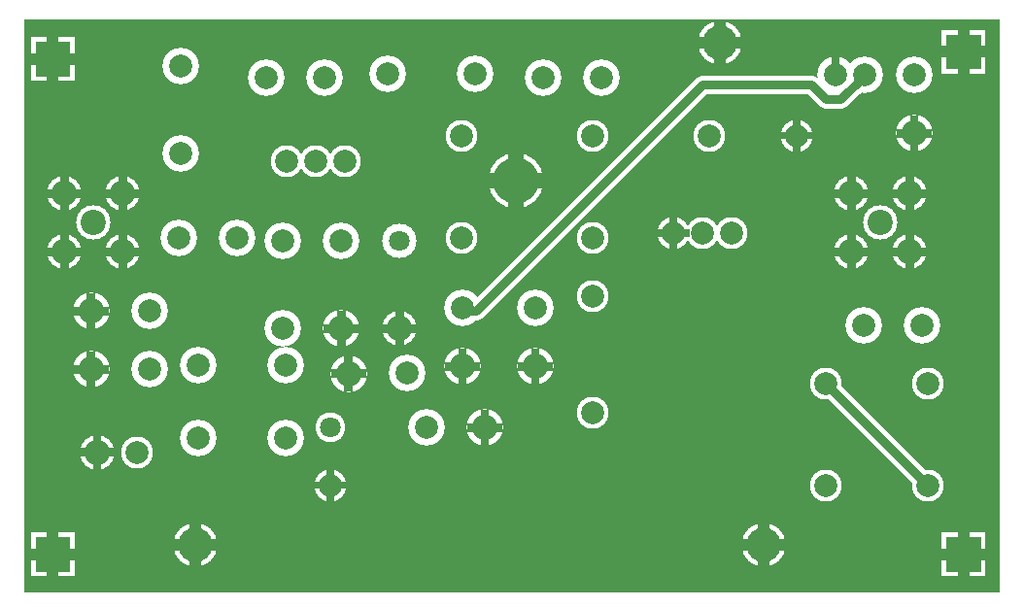
<source format=gbr>
%FSLAX34Y34*%
%MOMM*%
%LNCOPPER_TOP*%
G71*
G01*
%ADD10C,2.800*%
%ADD11C,3.200*%
%ADD12C,3.000*%
%ADD13C,3.000*%
%ADD14C,2.800*%
%ADD15C,2.600*%
%ADD16C,1.600*%
%ADD17C,4.800*%
%ADD18C,2.800*%
%ADD19C,3.000*%
%ADD20C,3.800*%
%ADD21C,0.733*%
%ADD22C,0.667*%
%ADD23C,0.813*%
%ADD24C,1.333*%
%ADD25C,1.000*%
%ADD26C,2.000*%
%ADD27C,2.000*%
%ADD28C,2.200*%
%ADD29C,1.800*%
%ADD30C,0.800*%
%ADD31C,4.000*%
%ADD32C,2.000*%
%ADD33C,2.200*%
%ADD34C,3.000*%
%LPD*%
G36*
X0Y500000D02*
X850000Y500000D01*
X850000Y0D01*
X0Y0D01*
X0Y500000D01*
G37*
%LPC*%
X228600Y376300D02*
G54D10*
D03*
X254000Y376300D02*
G54D10*
D03*
X279400Y376300D02*
G54D10*
D03*
X616305Y313571D02*
G54D10*
D03*
X590905Y313571D02*
G54D10*
D03*
X565505Y313571D02*
G54D10*
D03*
X185199Y308873D02*
G54D11*
D03*
X134219Y308761D02*
G54D11*
D03*
X225425Y306325D02*
G54D11*
D03*
X225375Y230075D02*
G54D11*
D03*
X34900Y347700D02*
G54D12*
D03*
X85700Y347700D02*
G54D12*
D03*
X60300Y322300D02*
G54D12*
D03*
X85700Y296900D02*
G54D12*
D03*
X34900Y296900D02*
G54D12*
D03*
X136525Y458725D02*
G54D11*
D03*
X136475Y382475D02*
G54D11*
D03*
X276225Y306325D02*
G54D11*
D03*
X276175Y230075D02*
G54D11*
D03*
X261399Y448573D02*
G54D11*
D03*
X210419Y448461D02*
G54D11*
D03*
X327025Y306325D02*
G54D13*
D03*
X326975Y230075D02*
G54D13*
D03*
X282534Y191011D02*
G54D11*
D03*
X333515Y191123D02*
G54D11*
D03*
X228023Y198248D02*
G54D11*
D03*
X151773Y198298D02*
G54D11*
D03*
X108999Y245373D02*
G54D11*
D03*
X58019Y245261D02*
G54D11*
D03*
X108999Y194573D02*
G54D11*
D03*
X58019Y194461D02*
G54D11*
D03*
X63412Y122300D02*
G54D14*
D03*
X98512Y122300D02*
G54D14*
D03*
X228023Y134748D02*
G54D11*
D03*
X151773Y134798D02*
G54D11*
D03*
X266700Y93600D02*
G54D15*
D03*
X266700Y144400D02*
G54D15*
D03*
X401099Y143773D02*
G54D11*
D03*
X350119Y143661D02*
G54D11*
D03*
X393123Y452248D02*
G54D11*
D03*
X316873Y452298D02*
G54D11*
D03*
X596900Y398400D02*
G54D14*
D03*
X673100Y398400D02*
G54D14*
D03*
X782099Y232674D02*
G54D11*
D03*
X731118Y232561D02*
G54D11*
D03*
X381000Y398400D02*
G54D14*
D03*
X381000Y309500D02*
G54D14*
D03*
X495300Y398400D02*
G54D14*
D03*
X495300Y309500D02*
G54D14*
D03*
X381698Y197010D02*
G54D11*
D03*
X381585Y247990D02*
G54D11*
D03*
X706575Y451775D02*
G54D11*
D03*
X732075Y451775D02*
G54D11*
D03*
X775398Y400210D02*
G54D11*
D03*
X775285Y451190D02*
G54D11*
D03*
X698500Y182500D02*
G54D14*
D03*
X787400Y182500D02*
G54D14*
D03*
X698500Y93600D02*
G54D14*
D03*
X787400Y93600D02*
G54D14*
D03*
X502700Y448573D02*
G54D11*
D03*
X451720Y448460D02*
G54D11*
D03*
X720700Y347700D02*
G54D12*
D03*
X771500Y347700D02*
G54D12*
D03*
X746100Y322300D02*
G54D12*
D03*
X771500Y296900D02*
G54D12*
D03*
X720700Y296900D02*
G54D12*
D03*
X495300Y258700D02*
G54D14*
D03*
X495300Y157100D02*
G54D14*
D03*
X445198Y197010D02*
G54D11*
D03*
X445085Y247990D02*
G54D11*
D03*
G54D16*
X787400Y93600D02*
X698500Y182500D01*
G54D16*
X732075Y451775D02*
X730250Y449200D01*
X711200Y430150D01*
X698500Y430150D01*
X685800Y442850D01*
X590550Y442850D01*
X393700Y246000D01*
X381000Y246000D01*
X381585Y247990D01*
X428600Y358800D02*
G54D17*
D03*
X58019Y194461D02*
G54D18*
D03*
X58019Y245261D02*
G54D18*
D03*
X401099Y143773D02*
G54D18*
D03*
X673100Y398400D02*
G54D18*
D03*
X326975Y230075D02*
G54D18*
D03*
X276175Y230075D02*
G54D19*
D03*
X282534Y191011D02*
G54D19*
D03*
X381698Y197010D02*
G54D19*
D03*
X445198Y197010D02*
G54D19*
D03*
X266700Y93600D02*
G54D18*
D03*
X58019Y245261D02*
G54D19*
D03*
X58019Y194461D02*
G54D19*
D03*
X63412Y122300D02*
G54D19*
D03*
X401099Y143773D02*
G54D19*
D03*
X326975Y230075D02*
G54D19*
D03*
X775398Y400210D02*
G54D19*
D03*
X565505Y313571D02*
G54D18*
D03*
X276225Y306325D02*
G54D13*
D03*
X276175Y230075D02*
G54D13*
D03*
G36*
X5773Y483998D02*
X43773Y483998D01*
X43773Y445998D01*
X5773Y445998D01*
X5773Y483998D01*
G37*
G36*
X799523Y490348D02*
X837523Y490348D01*
X837523Y452348D01*
X799523Y452348D01*
X799523Y490348D01*
G37*
G36*
X5773Y52198D02*
X43773Y52198D01*
X43773Y14198D01*
X5773Y14198D01*
X5773Y52198D01*
G37*
G36*
X799523Y52198D02*
X837523Y52198D01*
X837523Y14198D01*
X799523Y14198D01*
X799523Y52198D01*
G37*
X149200Y41300D02*
G54D20*
D03*
X644500Y41300D02*
G54D20*
D03*
X606400Y479450D02*
G54D20*
D03*
%LPD*%
G54D21*
G36*
X31233Y347700D02*
X31233Y363200D01*
X38567Y363200D01*
X38567Y347700D01*
X31233Y347700D01*
G37*
G36*
X34900Y351367D02*
X50400Y351367D01*
X50400Y344033D01*
X34900Y344033D01*
X34900Y351367D01*
G37*
G36*
X38567Y347700D02*
X38567Y332200D01*
X31233Y332200D01*
X31233Y347700D01*
X38567Y347700D01*
G37*
G36*
X34900Y344033D02*
X19400Y344033D01*
X19400Y351367D01*
X34900Y351367D01*
X34900Y344033D01*
G37*
G54D21*
G36*
X82033Y347700D02*
X82033Y363200D01*
X89367Y363200D01*
X89367Y347700D01*
X82033Y347700D01*
G37*
G36*
X85700Y351367D02*
X101200Y351367D01*
X101200Y344033D01*
X85700Y344033D01*
X85700Y351367D01*
G37*
G36*
X89367Y347700D02*
X89367Y332200D01*
X82033Y332200D01*
X82033Y347700D01*
X89367Y347700D01*
G37*
G36*
X85700Y344033D02*
X70200Y344033D01*
X70200Y351367D01*
X85700Y351367D01*
X85700Y344033D01*
G37*
G54D21*
G36*
X82033Y296900D02*
X82033Y312400D01*
X89367Y312400D01*
X89367Y296900D01*
X82033Y296900D01*
G37*
G36*
X85700Y300567D02*
X101200Y300567D01*
X101200Y293233D01*
X85700Y293233D01*
X85700Y300567D01*
G37*
G36*
X89367Y296900D02*
X89367Y281400D01*
X82033Y281400D01*
X82033Y296900D01*
X89367Y296900D01*
G37*
G36*
X85700Y293233D02*
X70200Y293233D01*
X70200Y300567D01*
X85700Y300567D01*
X85700Y293233D01*
G37*
G54D21*
G36*
X31233Y296900D02*
X31233Y312400D01*
X38567Y312400D01*
X38567Y296900D01*
X31233Y296900D01*
G37*
G36*
X34900Y300567D02*
X50400Y300567D01*
X50400Y293233D01*
X34900Y293233D01*
X34900Y300567D01*
G37*
G36*
X38567Y296900D02*
X38567Y281400D01*
X31233Y281400D01*
X31233Y296900D01*
X38567Y296900D01*
G37*
G36*
X34900Y293233D02*
X19400Y293233D01*
X19400Y300567D01*
X34900Y300567D01*
X34900Y293233D01*
G37*
G54D22*
G36*
X703242Y451775D02*
X703242Y468275D01*
X709908Y468275D01*
X709908Y451775D01*
X703242Y451775D01*
G37*
G54D23*
G54D21*
G36*
X717033Y347700D02*
X717033Y363200D01*
X724367Y363200D01*
X724367Y347700D01*
X717033Y347700D01*
G37*
G36*
X720700Y351367D02*
X736200Y351367D01*
X736200Y344033D01*
X720700Y344033D01*
X720700Y351367D01*
G37*
G36*
X724367Y347700D02*
X724367Y332200D01*
X717033Y332200D01*
X717033Y347700D01*
X724367Y347700D01*
G37*
G36*
X720700Y344033D02*
X705200Y344033D01*
X705200Y351367D01*
X720700Y351367D01*
X720700Y344033D01*
G37*
G54D21*
G36*
X767833Y347700D02*
X767833Y363200D01*
X775167Y363200D01*
X775167Y347700D01*
X767833Y347700D01*
G37*
G36*
X771500Y351367D02*
X787000Y351367D01*
X787000Y344033D01*
X771500Y344033D01*
X771500Y351367D01*
G37*
G36*
X775167Y347700D02*
X775167Y332200D01*
X767833Y332200D01*
X767833Y347700D01*
X775167Y347700D01*
G37*
G36*
X771500Y344033D02*
X756000Y344033D01*
X756000Y351367D01*
X771500Y351367D01*
X771500Y344033D01*
G37*
G54D21*
G36*
X767833Y296900D02*
X767833Y312400D01*
X775167Y312400D01*
X775167Y296900D01*
X767833Y296900D01*
G37*
G36*
X771500Y300567D02*
X787000Y300567D01*
X787000Y293233D01*
X771500Y293233D01*
X771500Y300567D01*
G37*
G36*
X775167Y296900D02*
X775167Y281400D01*
X767833Y281400D01*
X767833Y296900D01*
X775167Y296900D01*
G37*
G36*
X771500Y293233D02*
X756000Y293233D01*
X756000Y300567D01*
X771500Y300567D01*
X771500Y293233D01*
G37*
G54D21*
G36*
X717033Y296900D02*
X717033Y312400D01*
X724367Y312400D01*
X724367Y296900D01*
X717033Y296900D01*
G37*
G36*
X720700Y300567D02*
X736200Y300567D01*
X736200Y293233D01*
X720700Y293233D01*
X720700Y300567D01*
G37*
G36*
X724367Y296900D02*
X724367Y281400D01*
X717033Y281400D01*
X717033Y296900D01*
X724367Y296900D01*
G37*
G36*
X720700Y293233D02*
X705200Y293233D01*
X705200Y300567D01*
X720700Y300567D01*
X720700Y293233D01*
G37*
G54D24*
G36*
X421933Y358800D02*
X421933Y383300D01*
X435267Y383300D01*
X435267Y358800D01*
X421933Y358800D01*
G37*
G36*
X428600Y365467D02*
X453100Y365467D01*
X453100Y352133D01*
X428600Y352133D01*
X428600Y365467D01*
G37*
G36*
X435267Y358800D02*
X435267Y334300D01*
X421933Y334300D01*
X421933Y358800D01*
X435267Y358800D01*
G37*
G36*
X428600Y352133D02*
X404100Y352133D01*
X404100Y365467D01*
X428600Y365467D01*
X428600Y352133D01*
G37*
G54D22*
G36*
X54686Y194461D02*
X54686Y208961D01*
X61352Y208961D01*
X61352Y194461D01*
X54686Y194461D01*
G37*
G36*
X58019Y197794D02*
X72519Y197794D01*
X72519Y191128D01*
X58019Y191128D01*
X58019Y197794D01*
G37*
G36*
X61352Y194461D02*
X61352Y179961D01*
X54686Y179961D01*
X54686Y194461D01*
X61352Y194461D01*
G37*
G36*
X58019Y191128D02*
X43519Y191128D01*
X43519Y197794D01*
X58019Y197794D01*
X58019Y191128D01*
G37*
G54D22*
G36*
X54686Y245261D02*
X54686Y259761D01*
X61352Y259761D01*
X61352Y245261D01*
X54686Y245261D01*
G37*
G36*
X58019Y248594D02*
X72519Y248594D01*
X72519Y241928D01*
X58019Y241928D01*
X58019Y248594D01*
G37*
G36*
X61352Y245261D02*
X61352Y230761D01*
X54686Y230761D01*
X54686Y245261D01*
X61352Y245261D01*
G37*
G36*
X58019Y241928D02*
X43519Y241928D01*
X43519Y248594D01*
X58019Y248594D01*
X58019Y241928D01*
G37*
G54D22*
G36*
X397766Y143773D02*
X397766Y158273D01*
X404432Y158273D01*
X404432Y143773D01*
X397766Y143773D01*
G37*
G36*
X401099Y147106D02*
X415599Y147106D01*
X415599Y140440D01*
X401099Y140440D01*
X401099Y147106D01*
G37*
G36*
X404432Y143773D02*
X404432Y129273D01*
X397766Y129273D01*
X397766Y143773D01*
X404432Y143773D01*
G37*
G36*
X401099Y140440D02*
X386599Y140440D01*
X386599Y147106D01*
X401099Y147106D01*
X401099Y140440D01*
G37*
G54D22*
G36*
X669767Y398400D02*
X669767Y412900D01*
X676433Y412900D01*
X676433Y398400D01*
X669767Y398400D01*
G37*
G36*
X673100Y401733D02*
X687600Y401733D01*
X687600Y395067D01*
X673100Y395067D01*
X673100Y401733D01*
G37*
G36*
X676433Y398400D02*
X676433Y383900D01*
X669767Y383900D01*
X669767Y398400D01*
X676433Y398400D01*
G37*
G36*
X673100Y395067D02*
X658600Y395067D01*
X658600Y401733D01*
X673100Y401733D01*
X673100Y395067D01*
G37*
G54D22*
G36*
X323642Y230075D02*
X323642Y244575D01*
X330308Y244575D01*
X330308Y230075D01*
X323642Y230075D01*
G37*
G36*
X326975Y233408D02*
X341475Y233408D01*
X341475Y226742D01*
X326975Y226742D01*
X326975Y233408D01*
G37*
G36*
X330308Y230075D02*
X330308Y215575D01*
X323642Y215575D01*
X323642Y230075D01*
X330308Y230075D01*
G37*
G36*
X326975Y226742D02*
X312475Y226742D01*
X312475Y233408D01*
X326975Y233408D01*
X326975Y226742D01*
G37*
G54D21*
G36*
X272508Y230075D02*
X272508Y245575D01*
X279842Y245575D01*
X279842Y230075D01*
X272508Y230075D01*
G37*
G36*
X276175Y233742D02*
X291675Y233742D01*
X291675Y226408D01*
X276175Y226408D01*
X276175Y233742D01*
G37*
G36*
X279842Y230075D02*
X279842Y214575D01*
X272508Y214575D01*
X272508Y230075D01*
X279842Y230075D01*
G37*
G36*
X276175Y226408D02*
X260675Y226408D01*
X260675Y233742D01*
X276175Y233742D01*
X276175Y226408D01*
G37*
G54D21*
G36*
X278867Y191011D02*
X278867Y206511D01*
X286201Y206511D01*
X286201Y191011D01*
X278867Y191011D01*
G37*
G36*
X282534Y194677D02*
X298034Y194677D01*
X298034Y187344D01*
X282534Y187344D01*
X282534Y194677D01*
G37*
G36*
X286201Y191011D02*
X286201Y175511D01*
X278867Y175511D01*
X278867Y191011D01*
X286201Y191011D01*
G37*
G36*
X282534Y187344D02*
X267034Y187344D01*
X267034Y194677D01*
X282534Y194677D01*
X282534Y187344D01*
G37*
G54D21*
G36*
X378031Y197010D02*
X378031Y212510D01*
X385364Y212510D01*
X385364Y197010D01*
X378031Y197010D01*
G37*
G36*
X381698Y200676D02*
X397198Y200676D01*
X397198Y193343D01*
X381698Y193343D01*
X381698Y200676D01*
G37*
G36*
X385364Y197010D02*
X385364Y181510D01*
X378031Y181510D01*
X378031Y197010D01*
X385364Y197010D01*
G37*
G36*
X381698Y193343D02*
X366198Y193343D01*
X366198Y200676D01*
X381698Y200676D01*
X381698Y193343D01*
G37*
G54D21*
G36*
X441531Y197010D02*
X441531Y212510D01*
X448864Y212510D01*
X448864Y197010D01*
X441531Y197010D01*
G37*
G36*
X445198Y200676D02*
X460698Y200676D01*
X460698Y193343D01*
X445198Y193343D01*
X445198Y200676D01*
G37*
G36*
X448864Y197010D02*
X448864Y181510D01*
X441531Y181510D01*
X441531Y197010D01*
X448864Y197010D01*
G37*
G36*
X445198Y193343D02*
X429698Y193343D01*
X429698Y200676D01*
X445198Y200676D01*
X445198Y193343D01*
G37*
G54D22*
G36*
X263367Y93600D02*
X263367Y108100D01*
X270033Y108100D01*
X270033Y93600D01*
X263367Y93600D01*
G37*
G36*
X266700Y96933D02*
X281200Y96933D01*
X281200Y90267D01*
X266700Y90267D01*
X266700Y96933D01*
G37*
G36*
X270033Y93600D02*
X270033Y79100D01*
X263367Y79100D01*
X263367Y93600D01*
X270033Y93600D01*
G37*
G36*
X266700Y90267D02*
X252200Y90267D01*
X252200Y96933D01*
X266700Y96933D01*
X266700Y90267D01*
G37*
G54D21*
G36*
X54352Y245261D02*
X54352Y260761D01*
X61685Y260761D01*
X61685Y245261D01*
X54352Y245261D01*
G37*
G36*
X58019Y248928D02*
X73519Y248928D01*
X73519Y241594D01*
X58019Y241594D01*
X58019Y248928D01*
G37*
G36*
X61685Y245261D02*
X61685Y229761D01*
X54352Y229761D01*
X54352Y245261D01*
X61685Y245261D01*
G37*
G36*
X58019Y241594D02*
X42519Y241594D01*
X42519Y248928D01*
X58019Y248928D01*
X58019Y241594D01*
G37*
G54D21*
G36*
X54352Y194461D02*
X54352Y209961D01*
X61685Y209961D01*
X61685Y194461D01*
X54352Y194461D01*
G37*
G36*
X58019Y198128D02*
X73519Y198128D01*
X73519Y190794D01*
X58019Y190794D01*
X58019Y198128D01*
G37*
G36*
X61685Y194461D02*
X61685Y178961D01*
X54352Y178961D01*
X54352Y194461D01*
X61685Y194461D01*
G37*
G36*
X58019Y190794D02*
X42519Y190794D01*
X42519Y198128D01*
X58019Y198128D01*
X58019Y190794D01*
G37*
G54D21*
G36*
X59745Y122300D02*
X59745Y137800D01*
X67079Y137800D01*
X67079Y122300D01*
X59745Y122300D01*
G37*
G36*
X63412Y125967D02*
X78912Y125967D01*
X78912Y118633D01*
X63412Y118633D01*
X63412Y125967D01*
G37*
G36*
X67079Y122300D02*
X67079Y106800D01*
X59745Y106800D01*
X59745Y122300D01*
X67079Y122300D01*
G37*
G36*
X63412Y118633D02*
X47912Y118633D01*
X47912Y125967D01*
X63412Y125967D01*
X63412Y118633D01*
G37*
G54D21*
G36*
X397432Y143773D02*
X397432Y159273D01*
X404766Y159273D01*
X404766Y143773D01*
X397432Y143773D01*
G37*
G36*
X401099Y147440D02*
X416599Y147440D01*
X416599Y140106D01*
X401099Y140106D01*
X401099Y147440D01*
G37*
G36*
X404766Y143773D02*
X404766Y128273D01*
X397432Y128273D01*
X397432Y143773D01*
X404766Y143773D01*
G37*
G36*
X401099Y140106D02*
X385599Y140106D01*
X385599Y147440D01*
X401099Y147440D01*
X401099Y140106D01*
G37*
G54D21*
G36*
X323308Y230075D02*
X323308Y245575D01*
X330642Y245575D01*
X330642Y230075D01*
X323308Y230075D01*
G37*
G36*
X326975Y233742D02*
X342475Y233742D01*
X342475Y226408D01*
X326975Y226408D01*
X326975Y233742D01*
G37*
G36*
X330642Y230075D02*
X330642Y214575D01*
X323308Y214575D01*
X323308Y230075D01*
X330642Y230075D01*
G37*
G36*
X326975Y226408D02*
X311475Y226408D01*
X311475Y233742D01*
X326975Y233742D01*
X326975Y226408D01*
G37*
G54D21*
G36*
X771731Y400210D02*
X771731Y415710D01*
X779064Y415710D01*
X779064Y400210D01*
X771731Y400210D01*
G37*
G36*
X775398Y403876D02*
X790898Y403876D01*
X790898Y396543D01*
X775398Y396543D01*
X775398Y403876D01*
G37*
G36*
X779064Y400210D02*
X779064Y384710D01*
X771731Y384710D01*
X771731Y400210D01*
X779064Y400210D01*
G37*
G36*
X775398Y396543D02*
X759898Y396543D01*
X759898Y403876D01*
X775398Y403876D01*
X775398Y396543D01*
G37*
G54D22*
G36*
X562172Y313571D02*
X562172Y328071D01*
X568838Y328071D01*
X568838Y313571D01*
X562172Y313571D01*
G37*
G36*
X565505Y316904D02*
X580005Y316904D01*
X580005Y310238D01*
X565505Y310238D01*
X565505Y316904D01*
G37*
G36*
X568838Y313571D02*
X568838Y299071D01*
X562172Y299071D01*
X562172Y313571D01*
X568838Y313571D01*
G37*
G36*
X565505Y310238D02*
X551005Y310238D01*
X551005Y316904D01*
X565505Y316904D01*
X565505Y310238D01*
G37*
G54D25*
G36*
X19773Y464998D02*
X19773Y484498D01*
X29773Y484498D01*
X29773Y464998D01*
X19773Y464998D01*
G37*
G36*
X24773Y469998D02*
X44273Y469998D01*
X44273Y459998D01*
X24773Y459998D01*
X24773Y469998D01*
G37*
G36*
X29773Y464998D02*
X29773Y445498D01*
X19773Y445498D01*
X19773Y464998D01*
X29773Y464998D01*
G37*
G36*
X24773Y459998D02*
X5273Y459998D01*
X5273Y469998D01*
X24773Y469998D01*
X24773Y459998D01*
G37*
G54D25*
G36*
X813523Y471348D02*
X813523Y490848D01*
X823523Y490848D01*
X823523Y471348D01*
X813523Y471348D01*
G37*
G36*
X818523Y476348D02*
X838023Y476348D01*
X838023Y466348D01*
X818523Y466348D01*
X818523Y476348D01*
G37*
G36*
X823523Y471348D02*
X823523Y451848D01*
X813523Y451848D01*
X813523Y471348D01*
X823523Y471348D01*
G37*
G36*
X818523Y466348D02*
X799023Y466348D01*
X799023Y476348D01*
X818523Y476348D01*
X818523Y466348D01*
G37*
G54D25*
G36*
X19773Y33198D02*
X19773Y52698D01*
X29773Y52698D01*
X29773Y33198D01*
X19773Y33198D01*
G37*
G36*
X24773Y38198D02*
X44273Y38198D01*
X44273Y28198D01*
X24773Y28198D01*
X24773Y38198D01*
G37*
G36*
X29773Y33198D02*
X29773Y13698D01*
X19773Y13698D01*
X19773Y33198D01*
X29773Y33198D01*
G37*
G36*
X24773Y28198D02*
X5273Y28198D01*
X5273Y38198D01*
X24773Y38198D01*
X24773Y28198D01*
G37*
G54D25*
G36*
X813523Y33198D02*
X813523Y52698D01*
X823523Y52698D01*
X823523Y33198D01*
X813523Y33198D01*
G37*
G36*
X818523Y38198D02*
X838023Y38198D01*
X838023Y28198D01*
X818523Y28198D01*
X818523Y38198D01*
G37*
G36*
X823523Y33198D02*
X823523Y13698D01*
X813523Y13698D01*
X813523Y33198D01*
X823523Y33198D01*
G37*
G36*
X818523Y28198D02*
X799023Y28198D01*
X799023Y38198D01*
X818523Y38198D01*
X818523Y28198D01*
G37*
G54D25*
G36*
X144200Y41300D02*
X144200Y60800D01*
X154200Y60800D01*
X154200Y41300D01*
X144200Y41300D01*
G37*
G36*
X149200Y46300D02*
X168700Y46300D01*
X168700Y36300D01*
X149200Y36300D01*
X149200Y46300D01*
G37*
G36*
X154200Y41300D02*
X154200Y21800D01*
X144200Y21800D01*
X144200Y41300D01*
X154200Y41300D01*
G37*
G36*
X149200Y36300D02*
X129700Y36300D01*
X129700Y46300D01*
X149200Y46300D01*
X149200Y36300D01*
G37*
G54D25*
G36*
X639500Y41300D02*
X639500Y60800D01*
X649500Y60800D01*
X649500Y41300D01*
X639500Y41300D01*
G37*
G36*
X644500Y46300D02*
X664000Y46300D01*
X664000Y36300D01*
X644500Y36300D01*
X644500Y46300D01*
G37*
G36*
X649500Y41300D02*
X649500Y21800D01*
X639500Y21800D01*
X639500Y41300D01*
X649500Y41300D01*
G37*
G36*
X644500Y36300D02*
X625000Y36300D01*
X625000Y46300D01*
X644500Y46300D01*
X644500Y36300D01*
G37*
G54D25*
G36*
X601400Y479450D02*
X601400Y498950D01*
X611400Y498950D01*
X611400Y479450D01*
X601400Y479450D01*
G37*
G36*
X606400Y484450D02*
X625900Y484450D01*
X625900Y474450D01*
X606400Y474450D01*
X606400Y484450D01*
G37*
G36*
X611400Y479450D02*
X611400Y459950D01*
X601400Y459950D01*
X601400Y479450D01*
X611400Y479450D01*
G37*
G36*
X606400Y474450D02*
X586900Y474450D01*
X586900Y484450D01*
X606400Y484450D01*
X606400Y474450D01*
G37*
X228600Y376300D02*
G54D26*
D03*
X254000Y376300D02*
G54D26*
D03*
X279400Y376300D02*
G54D26*
D03*
X616305Y313571D02*
G54D26*
D03*
X590905Y313571D02*
G54D26*
D03*
X565505Y313571D02*
G54D26*
D03*
X185199Y308873D02*
G54D27*
D03*
X134219Y308761D02*
G54D27*
D03*
X225425Y306325D02*
G54D27*
D03*
X225375Y230075D02*
G54D27*
D03*
X34900Y347700D02*
G54D28*
D03*
X85700Y347700D02*
G54D28*
D03*
X60300Y322300D02*
G54D28*
D03*
X85700Y296900D02*
G54D28*
D03*
X34900Y296900D02*
G54D28*
D03*
X136525Y458725D02*
G54D27*
D03*
X136475Y382475D02*
G54D27*
D03*
X276225Y306325D02*
G54D27*
D03*
X276175Y230075D02*
G54D27*
D03*
X261399Y448573D02*
G54D27*
D03*
X210419Y448461D02*
G54D27*
D03*
X327025Y306325D02*
G54D29*
D03*
X326975Y230075D02*
G54D29*
D03*
X282534Y191011D02*
G54D27*
D03*
X333515Y191123D02*
G54D27*
D03*
X228023Y198248D02*
G54D27*
D03*
X151773Y198298D02*
G54D27*
D03*
X108999Y245373D02*
G54D27*
D03*
X58019Y245261D02*
G54D27*
D03*
X108999Y194573D02*
G54D27*
D03*
X58019Y194461D02*
G54D27*
D03*
X63412Y122300D02*
G54D27*
D03*
X98512Y122300D02*
G54D27*
D03*
X228023Y134748D02*
G54D27*
D03*
X151773Y134798D02*
G54D27*
D03*
X266700Y93600D02*
G54D29*
D03*
X266700Y144400D02*
G54D29*
D03*
X401099Y143773D02*
G54D27*
D03*
X350119Y143661D02*
G54D27*
D03*
X393123Y452248D02*
G54D27*
D03*
X316873Y452298D02*
G54D27*
D03*
X596900Y398400D02*
G54D27*
D03*
X673100Y398400D02*
G54D27*
D03*
X782099Y232674D02*
G54D27*
D03*
X731118Y232561D02*
G54D27*
D03*
X381000Y398400D02*
G54D27*
D03*
X381000Y309500D02*
G54D27*
D03*
X495300Y398400D02*
G54D27*
D03*
X495300Y309500D02*
G54D27*
D03*
X381698Y197010D02*
G54D27*
D03*
X381585Y247990D02*
G54D27*
D03*
X706575Y451775D02*
G54D27*
D03*
X732075Y451775D02*
G54D27*
D03*
X775398Y400210D02*
G54D27*
D03*
X775285Y451190D02*
G54D27*
D03*
X698500Y182500D02*
G54D27*
D03*
X787400Y182500D02*
G54D27*
D03*
X698500Y93600D02*
G54D27*
D03*
X787400Y93600D02*
G54D27*
D03*
X502700Y448573D02*
G54D27*
D03*
X451720Y448460D02*
G54D27*
D03*
X720700Y347700D02*
G54D28*
D03*
X771500Y347700D02*
G54D28*
D03*
X746100Y322300D02*
G54D28*
D03*
X771500Y296900D02*
G54D28*
D03*
X720700Y296900D02*
G54D28*
D03*
X495300Y258700D02*
G54D27*
D03*
X495300Y157100D02*
G54D27*
D03*
X445198Y197010D02*
G54D27*
D03*
X445085Y247990D02*
G54D27*
D03*
G54D30*
X787400Y93600D02*
X698500Y182500D01*
G54D30*
X732075Y451775D02*
X730250Y449200D01*
X711200Y430150D01*
X698500Y430150D01*
X685800Y442850D01*
X590550Y442850D01*
X393700Y246000D01*
X381000Y246000D01*
X381585Y247990D01*
X428600Y358800D02*
G54D31*
D03*
X58019Y194461D02*
G54D32*
D03*
X58019Y245261D02*
G54D32*
D03*
X401099Y143773D02*
G54D32*
D03*
X673100Y398400D02*
G54D32*
D03*
X326975Y230075D02*
G54D32*
D03*
X276175Y230075D02*
G54D33*
D03*
X282534Y191011D02*
G54D33*
D03*
X381698Y197010D02*
G54D33*
D03*
X445198Y197010D02*
G54D33*
D03*
X266700Y93600D02*
G54D32*
D03*
X58019Y245261D02*
G54D33*
D03*
X58019Y194461D02*
G54D33*
D03*
X63412Y122300D02*
G54D33*
D03*
X401099Y143773D02*
G54D33*
D03*
X326975Y230075D02*
G54D33*
D03*
X775398Y400210D02*
G54D33*
D03*
X565505Y313571D02*
G54D32*
D03*
X276225Y306325D02*
G54D29*
D03*
X276175Y230075D02*
G54D29*
D03*
G36*
X9773Y479998D02*
X39773Y479998D01*
X39773Y449998D01*
X9773Y449998D01*
X9773Y479998D01*
G37*
G36*
X803523Y486348D02*
X833523Y486348D01*
X833523Y456348D01*
X803523Y456348D01*
X803523Y486348D01*
G37*
G36*
X9773Y48198D02*
X39773Y48198D01*
X39773Y18198D01*
X9773Y18198D01*
X9773Y48198D01*
G37*
G36*
X803523Y48198D02*
X833523Y48198D01*
X833523Y18198D01*
X803523Y18198D01*
X803523Y48198D01*
G37*
X149200Y41300D02*
G54D34*
D03*
X644500Y41300D02*
G54D34*
D03*
X606400Y479450D02*
G54D34*
D03*
M02*

</source>
